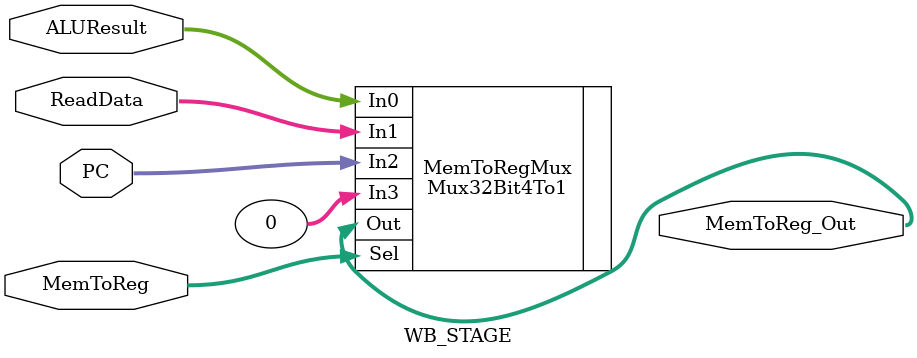
<source format=v>
`timescale 1ns / 1ps


module WB_STAGE(MemToReg, ALUResult, ReadData, PC, MemToReg_Out);
    input [1:0] MemToReg;
    input [31:0] ALUResult, ReadData, PC;
    
    (* mark_debus = "true"*) output [31:0] MemToReg_Out;
    
    Mux32Bit4To1 MemToRegMux(
        .Out(MemToReg_Out),
        .In0(ALUResult),
        .In1(ReadData),
        .In2(PC),
        .In3(32'b0),
        .Sel(MemToReg));
        
endmodule

</source>
